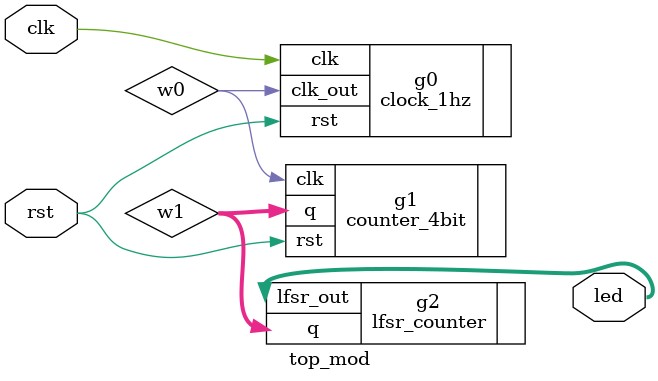
<source format=v>



module top_mod(
 
    output [3:0]led,

    input clk,rst
    );
    
 
    wire w0;
    wire[3:0]w1;
    
    clock_1hz g0(.clk_out(w0),.clk(clk),.rst(rst));
    counter_4bit g1(.q(w1),.clk(w0),.rst(rst));
    lfsr_counter g2(.lfsr_out(led),.q(w1));

    

    
    
endmodule

</source>
